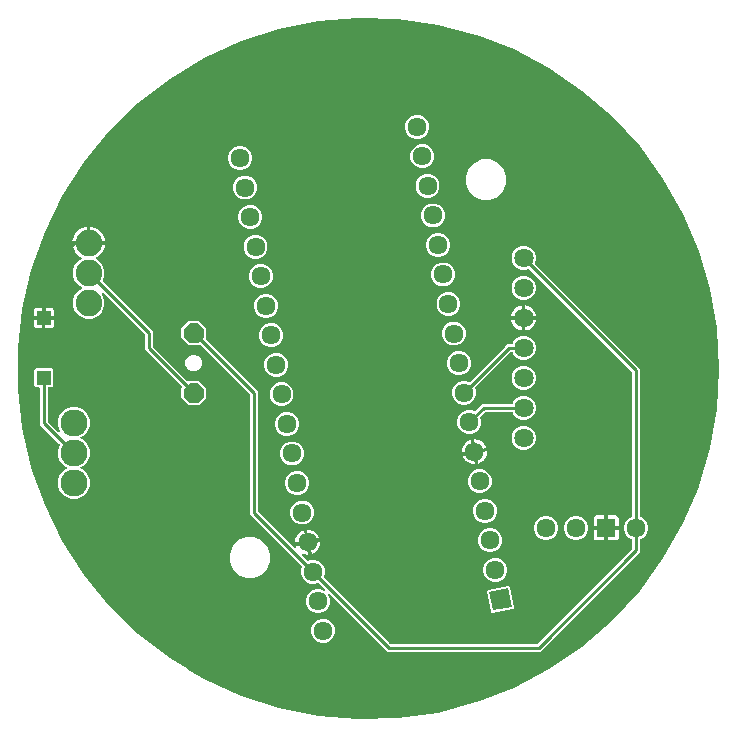
<source format=gbr>
G04 EAGLE Gerber RS-274X export*
G75*
%MOMM*%
%FSLAX34Y34*%
%LPD*%
%INTop Copper*%
%IPPOS*%
%AMOC8*
5,1,8,0,0,1.08239X$1,22.5*%
G01*
%ADD10C,1.609600*%
%ADD11R,1.609600X1.609600*%
%ADD12C,2.250000*%
%ADD13C,1.629600*%
%ADD14R,1.209600X1.209600*%
%ADD15R,1.609600X1.609600*%
%ADD16C,2.280000*%
%ADD17P,1.814519X8X292.500000*%
%ADD18C,0.254000*%

G36*
X325390Y3882D02*
X325390Y3882D01*
X325419Y3888D01*
X325477Y3890D01*
X358979Y8707D01*
X359007Y8716D01*
X359065Y8724D01*
X391800Y17329D01*
X391827Y17341D01*
X391882Y17356D01*
X423424Y29636D01*
X423449Y29651D01*
X423503Y29672D01*
X453438Y45467D01*
X453462Y45485D01*
X453513Y45512D01*
X481453Y64617D01*
X481474Y64637D01*
X481521Y64670D01*
X507101Y86835D01*
X507120Y86858D01*
X507164Y86896D01*
X530050Y111833D01*
X530067Y111857D01*
X530106Y111900D01*
X550000Y139283D01*
X550014Y139309D01*
X550047Y139356D01*
X566691Y168828D01*
X566701Y168856D01*
X566730Y168906D01*
X579905Y200084D01*
X579912Y200112D01*
X579935Y200166D01*
X589470Y232642D01*
X589474Y232671D01*
X589490Y232727D01*
X595262Y266078D01*
X595262Y266107D01*
X595272Y266164D01*
X597204Y299957D01*
X597201Y299986D01*
X597204Y300043D01*
X595272Y333836D01*
X595265Y333864D01*
X595262Y333922D01*
X589490Y367273D01*
X589481Y367301D01*
X589470Y367358D01*
X579935Y399834D01*
X579922Y399861D01*
X579905Y399916D01*
X566730Y431094D01*
X566714Y431119D01*
X566691Y431172D01*
X550047Y460644D01*
X550029Y460667D01*
X550000Y460717D01*
X530106Y488100D01*
X530085Y488121D01*
X530050Y488167D01*
X507164Y513104D01*
X507141Y513122D01*
X507101Y513165D01*
X481521Y535330D01*
X481496Y535345D01*
X481453Y535383D01*
X453513Y554488D01*
X453486Y554500D01*
X453438Y554533D01*
X423503Y570328D01*
X423475Y570338D01*
X423423Y570364D01*
X391882Y582644D01*
X391854Y582650D01*
X391800Y582671D01*
X359064Y591276D01*
X359035Y591279D01*
X358979Y591293D01*
X325477Y596110D01*
X325447Y596110D01*
X325390Y596118D01*
X291556Y597084D01*
X291527Y597080D01*
X291470Y597082D01*
X257746Y594185D01*
X257718Y594178D01*
X257660Y594173D01*
X224487Y587451D01*
X224460Y587441D01*
X224403Y587429D01*
X192213Y576970D01*
X192186Y576956D01*
X192132Y576938D01*
X161343Y562877D01*
X161319Y562861D01*
X161266Y562837D01*
X132281Y545358D01*
X132259Y545339D01*
X132209Y545309D01*
X105406Y524640D01*
X105386Y524619D01*
X105340Y524583D01*
X81067Y500994D01*
X81050Y500970D01*
X81008Y500930D01*
X59582Y474727D01*
X59568Y474702D01*
X59531Y474657D01*
X41232Y446183D01*
X41220Y446156D01*
X41189Y446107D01*
X26255Y415733D01*
X26247Y415704D01*
X26221Y415653D01*
X14847Y383774D01*
X14844Y383756D01*
X14839Y383746D01*
X14838Y383733D01*
X14823Y383690D01*
X7156Y350723D01*
X7154Y350693D01*
X7141Y350637D01*
X3283Y317010D01*
X3285Y316981D01*
X3278Y316924D01*
X3278Y283076D01*
X3283Y283047D01*
X3283Y283029D01*
X3282Y283016D01*
X3283Y283009D01*
X3283Y282990D01*
X7141Y249363D01*
X7149Y249335D01*
X7156Y249277D01*
X14823Y216310D01*
X14834Y216282D01*
X14847Y216226D01*
X26221Y184347D01*
X26236Y184322D01*
X26255Y184267D01*
X41189Y153893D01*
X41206Y153869D01*
X41232Y153817D01*
X59531Y125343D01*
X59551Y125321D01*
X59582Y125273D01*
X81008Y99070D01*
X81030Y99051D01*
X81067Y99006D01*
X105340Y75417D01*
X105364Y75400D01*
X105406Y75360D01*
X132209Y54691D01*
X132235Y54677D01*
X132281Y54642D01*
X147182Y45656D01*
X149707Y44134D01*
X161266Y37163D01*
X161293Y37152D01*
X161343Y37123D01*
X192132Y23062D01*
X192160Y23054D01*
X192213Y23030D01*
X224403Y12571D01*
X224432Y12567D01*
X224487Y12549D01*
X257660Y5827D01*
X257690Y5826D01*
X257746Y5815D01*
X291470Y2918D01*
X291499Y2921D01*
X291556Y2916D01*
X325390Y3882D01*
G37*
%LPC*%
G36*
X316455Y60197D02*
X316455Y60197D01*
X267752Y108899D01*
X267673Y108956D01*
X267598Y109018D01*
X267574Y109028D01*
X267553Y109043D01*
X267460Y109072D01*
X267369Y109107D01*
X267343Y109108D01*
X267318Y109115D01*
X267220Y109113D01*
X267123Y109117D01*
X267098Y109110D01*
X267072Y109109D01*
X266980Y109076D01*
X266887Y109048D01*
X266865Y109034D01*
X266841Y109025D01*
X266765Y108964D01*
X266685Y108908D01*
X266669Y108887D01*
X266649Y108871D01*
X266596Y108789D01*
X266538Y108711D01*
X266530Y108686D01*
X266516Y108664D01*
X266492Y108570D01*
X266462Y108477D01*
X266462Y108451D01*
X266456Y108425D01*
X266463Y108328D01*
X266464Y108231D01*
X266473Y108200D01*
X266475Y108180D01*
X266488Y108150D01*
X266511Y108070D01*
X267766Y105039D01*
X267766Y101028D01*
X266232Y97323D01*
X263396Y94488D01*
X259691Y92953D01*
X255681Y92953D01*
X251975Y94488D01*
X249140Y97323D01*
X247605Y101028D01*
X247605Y105039D01*
X249140Y108744D01*
X251975Y111580D01*
X255681Y113114D01*
X259691Y113114D01*
X262722Y111859D01*
X262817Y111836D01*
X262910Y111808D01*
X262936Y111809D01*
X262961Y111803D01*
X263058Y111812D01*
X263156Y111814D01*
X263180Y111823D01*
X263206Y111826D01*
X263295Y111865D01*
X263387Y111899D01*
X263407Y111915D01*
X263431Y111926D01*
X263503Y111991D01*
X263579Y112052D01*
X263593Y112074D01*
X263612Y112092D01*
X263659Y112177D01*
X263712Y112259D01*
X263718Y112285D01*
X263731Y112308D01*
X263748Y112404D01*
X263772Y112498D01*
X263770Y112524D01*
X263774Y112550D01*
X263760Y112646D01*
X263753Y112743D01*
X263743Y112767D01*
X263739Y112793D01*
X263694Y112880D01*
X263656Y112969D01*
X263636Y112995D01*
X263627Y113012D01*
X263604Y113035D01*
X263552Y113100D01*
X258047Y118604D01*
X257953Y118672D01*
X257859Y118742D01*
X257853Y118744D01*
X257848Y118748D01*
X257737Y118782D01*
X257625Y118819D01*
X257619Y118819D01*
X257613Y118820D01*
X257496Y118817D01*
X257379Y118816D01*
X257372Y118814D01*
X257367Y118814D01*
X257349Y118808D01*
X257218Y118770D01*
X255280Y117967D01*
X251270Y117967D01*
X247565Y119502D01*
X244729Y122337D01*
X243194Y126042D01*
X243194Y130053D01*
X243997Y131990D01*
X244024Y132104D01*
X244052Y132218D01*
X244052Y132224D01*
X244053Y132230D01*
X244042Y132346D01*
X244033Y132463D01*
X244031Y132468D01*
X244030Y132475D01*
X243982Y132582D01*
X243937Y132689D01*
X243932Y132695D01*
X243930Y132700D01*
X243917Y132713D01*
X243832Y132820D01*
X202055Y174597D01*
X199897Y176755D01*
X199897Y277717D01*
X199883Y277807D01*
X199875Y277898D01*
X199863Y277927D01*
X199858Y277959D01*
X199835Y278003D01*
X199834Y278007D01*
X199823Y278025D01*
X199815Y278040D01*
X199779Y278124D01*
X199753Y278156D01*
X199742Y278177D01*
X199719Y278199D01*
X199718Y278200D01*
X199708Y278218D01*
X199696Y278228D01*
X199674Y278255D01*
X157967Y319962D01*
X157951Y319974D01*
X157939Y319989D01*
X157851Y320045D01*
X157767Y320106D01*
X157749Y320111D01*
X157732Y320122D01*
X157631Y320148D01*
X157532Y320178D01*
X157512Y320177D01*
X157493Y320182D01*
X157390Y320174D01*
X157287Y320172D01*
X157268Y320165D01*
X157248Y320163D01*
X157153Y320123D01*
X157056Y320087D01*
X157040Y320075D01*
X157022Y320067D01*
X156891Y319962D01*
X156714Y319785D01*
X148086Y319785D01*
X141985Y325886D01*
X141985Y334514D01*
X148086Y340615D01*
X156714Y340615D01*
X162815Y334514D01*
X162815Y325886D01*
X162638Y325709D01*
X162626Y325693D01*
X162611Y325681D01*
X162555Y325593D01*
X162494Y325510D01*
X162489Y325491D01*
X162478Y325474D01*
X162452Y325373D01*
X162422Y325275D01*
X162423Y325255D01*
X162418Y325235D01*
X162426Y325132D01*
X162428Y325029D01*
X162435Y325010D01*
X162437Y324990D01*
X162477Y324895D01*
X162513Y324798D01*
X162525Y324782D01*
X162533Y324764D01*
X162638Y324633D01*
X204345Y282926D01*
X206503Y280768D01*
X206503Y179806D01*
X206517Y179716D01*
X206525Y179625D01*
X206537Y179595D01*
X206542Y179563D01*
X206585Y179483D01*
X206621Y179399D01*
X206647Y179367D01*
X206658Y179346D01*
X206681Y179324D01*
X206726Y179268D01*
X237798Y148195D01*
X237853Y148155D01*
X237902Y148108D01*
X237953Y148084D01*
X237998Y148052D01*
X238063Y148032D01*
X238124Y148002D01*
X238180Y147996D01*
X238233Y147979D01*
X238301Y147981D01*
X238368Y147973D01*
X238423Y147984D01*
X238479Y147986D01*
X238543Y148009D01*
X238609Y148023D01*
X238657Y148051D01*
X238710Y148070D01*
X238763Y148112D01*
X238822Y148147D01*
X238858Y148189D01*
X238902Y148224D01*
X238939Y148281D01*
X238983Y148332D01*
X239005Y148384D01*
X239035Y148431D01*
X239052Y148496D01*
X239078Y148559D01*
X239082Y148615D01*
X239095Y148669D01*
X239090Y148737D01*
X239095Y148804D01*
X239079Y148882D01*
X239076Y148914D01*
X239068Y148934D01*
X239061Y148969D01*
X238809Y149742D01*
X247629Y151297D01*
X249185Y142473D01*
X248031Y142473D01*
X246385Y142734D01*
X244771Y143258D01*
X244704Y143268D01*
X244639Y143288D01*
X244583Y143287D01*
X244528Y143295D01*
X244461Y143284D01*
X244394Y143282D01*
X244341Y143263D01*
X244286Y143253D01*
X244226Y143221D01*
X244163Y143197D01*
X244119Y143162D01*
X244070Y143136D01*
X244023Y143086D01*
X243970Y143044D01*
X243940Y142997D01*
X243902Y142956D01*
X243874Y142894D01*
X243837Y142837D01*
X243824Y142782D01*
X243801Y142731D01*
X243794Y142664D01*
X243777Y142598D01*
X243782Y142543D01*
X243776Y142487D01*
X243791Y142421D01*
X243797Y142353D01*
X243818Y142302D01*
X243831Y142247D01*
X243866Y142189D01*
X243893Y142127D01*
X243942Y142065D01*
X243959Y142037D01*
X243975Y142024D01*
X243998Y141996D01*
X248503Y137491D01*
X248598Y137423D01*
X248691Y137353D01*
X248697Y137351D01*
X248702Y137347D01*
X248814Y137313D01*
X248925Y137277D01*
X248932Y137277D01*
X248937Y137275D01*
X249054Y137278D01*
X249171Y137279D01*
X249178Y137281D01*
X249183Y137281D01*
X249201Y137288D01*
X249332Y137326D01*
X251270Y138128D01*
X255280Y138128D01*
X258985Y136594D01*
X261821Y133758D01*
X263356Y130053D01*
X263356Y126042D01*
X262553Y124105D01*
X262527Y123991D01*
X262498Y123878D01*
X262498Y123871D01*
X262497Y123865D01*
X262508Y123749D01*
X262517Y123633D01*
X262520Y123627D01*
X262520Y123621D01*
X262568Y123513D01*
X262613Y123406D01*
X262618Y123400D01*
X262620Y123396D01*
X262633Y123382D01*
X262718Y123275D01*
X318968Y67026D01*
X319042Y66972D01*
X319111Y66913D01*
X319141Y66901D01*
X319168Y66882D01*
X319254Y66855D01*
X319339Y66821D01*
X319380Y66817D01*
X319403Y66810D01*
X319435Y66811D01*
X319506Y66803D01*
X442817Y66803D01*
X442907Y66817D01*
X442998Y66825D01*
X443027Y66837D01*
X443059Y66842D01*
X443140Y66885D01*
X443224Y66921D01*
X443256Y66947D01*
X443277Y66958D01*
X443299Y66981D01*
X443355Y67026D01*
X523474Y147145D01*
X523527Y147219D01*
X523587Y147288D01*
X523599Y147319D01*
X523618Y147345D01*
X523645Y147432D01*
X523679Y147517D01*
X523683Y147558D01*
X523690Y147580D01*
X523689Y147612D01*
X523697Y147683D01*
X523697Y155048D01*
X523678Y155163D01*
X523661Y155279D01*
X523659Y155285D01*
X523658Y155291D01*
X523603Y155393D01*
X523550Y155498D01*
X523545Y155503D01*
X523542Y155508D01*
X523458Y155588D01*
X523374Y155671D01*
X523368Y155674D01*
X523364Y155678D01*
X523347Y155685D01*
X523227Y155751D01*
X521290Y156554D01*
X518454Y159390D01*
X516919Y163095D01*
X516919Y167105D01*
X518454Y170810D01*
X521290Y173646D01*
X523227Y174449D01*
X523327Y174510D01*
X523427Y174570D01*
X523431Y174575D01*
X523436Y174578D01*
X523511Y174668D01*
X523587Y174757D01*
X523589Y174763D01*
X523593Y174768D01*
X523635Y174876D01*
X523679Y174985D01*
X523680Y174993D01*
X523681Y174997D01*
X523682Y175016D01*
X523697Y175152D01*
X523697Y296817D01*
X523683Y296907D01*
X523675Y296998D01*
X523663Y297027D01*
X523658Y297059D01*
X523615Y297140D01*
X523579Y297224D01*
X523553Y297256D01*
X523542Y297277D01*
X523519Y297299D01*
X523474Y297355D01*
X436649Y384180D01*
X436555Y384248D01*
X436460Y384318D01*
X436454Y384320D01*
X436449Y384324D01*
X436338Y384358D01*
X436226Y384394D01*
X436220Y384394D01*
X436214Y384396D01*
X436097Y384393D01*
X435980Y384392D01*
X435973Y384390D01*
X435968Y384390D01*
X435951Y384383D01*
X435819Y384345D01*
X433825Y383519D01*
X429775Y383519D01*
X426033Y385069D01*
X423169Y387933D01*
X421619Y391675D01*
X421619Y395725D01*
X423169Y399467D01*
X426033Y402331D01*
X429775Y403881D01*
X433825Y403881D01*
X437567Y402331D01*
X440431Y399467D01*
X441981Y395725D01*
X441981Y391675D01*
X441155Y389681D01*
X441128Y389567D01*
X441099Y389454D01*
X441100Y389447D01*
X441099Y389441D01*
X441110Y389325D01*
X441119Y389208D01*
X441121Y389203D01*
X441122Y389196D01*
X441169Y389089D01*
X441215Y388982D01*
X441220Y388976D01*
X441222Y388972D01*
X441234Y388958D01*
X441320Y388851D01*
X528145Y302026D01*
X530303Y299868D01*
X530303Y175152D01*
X530322Y175037D01*
X530339Y174921D01*
X530341Y174915D01*
X530342Y174909D01*
X530397Y174807D01*
X530450Y174702D01*
X530455Y174697D01*
X530458Y174692D01*
X530542Y174612D01*
X530626Y174529D01*
X530632Y174526D01*
X530636Y174522D01*
X530653Y174515D01*
X530773Y174449D01*
X532710Y173646D01*
X535546Y170810D01*
X537081Y167105D01*
X537081Y163095D01*
X535546Y159390D01*
X532710Y156554D01*
X530773Y155751D01*
X530673Y155690D01*
X530573Y155630D01*
X530569Y155625D01*
X530564Y155622D01*
X530489Y155532D01*
X530413Y155443D01*
X530411Y155437D01*
X530407Y155432D01*
X530365Y155324D01*
X530321Y155215D01*
X530320Y155207D01*
X530319Y155203D01*
X530318Y155184D01*
X530303Y155048D01*
X530303Y144632D01*
X445868Y60197D01*
X316455Y60197D01*
G37*
%LPD*%
%LPC*%
G36*
X148086Y268985D02*
X148086Y268985D01*
X141985Y275086D01*
X141985Y283714D01*
X142162Y283891D01*
X142174Y283907D01*
X142189Y283919D01*
X142245Y284007D01*
X142306Y284090D01*
X142311Y284109D01*
X142322Y284126D01*
X142348Y284227D01*
X142378Y284325D01*
X142377Y284345D01*
X142382Y284365D01*
X142374Y284468D01*
X142372Y284571D01*
X142365Y284590D01*
X142363Y284610D01*
X142323Y284705D01*
X142287Y284802D01*
X142275Y284818D01*
X142267Y284836D01*
X142162Y284967D01*
X110997Y316132D01*
X110997Y328517D01*
X110983Y328607D01*
X110975Y328698D01*
X110963Y328727D01*
X110958Y328759D01*
X110915Y328840D01*
X110879Y328924D01*
X110853Y328956D01*
X110842Y328977D01*
X110819Y328999D01*
X110774Y329055D01*
X76092Y363738D01*
X76013Y363794D01*
X75938Y363857D01*
X75913Y363866D01*
X75892Y363881D01*
X75799Y363910D01*
X75708Y363945D01*
X75682Y363946D01*
X75657Y363954D01*
X75559Y363951D01*
X75462Y363955D01*
X75437Y363948D01*
X75411Y363947D01*
X75319Y363914D01*
X75226Y363887D01*
X75205Y363872D01*
X75180Y363863D01*
X75104Y363802D01*
X75024Y363746D01*
X75008Y363725D01*
X74988Y363709D01*
X74935Y363627D01*
X74877Y363549D01*
X74869Y363524D01*
X74855Y363502D01*
X74831Y363408D01*
X74801Y363315D01*
X74801Y363289D01*
X74795Y363264D01*
X74802Y363167D01*
X74803Y363069D01*
X74812Y363038D01*
X74814Y363018D01*
X74827Y362988D01*
X74850Y362908D01*
X76783Y358242D01*
X76783Y352958D01*
X74761Y348076D01*
X71024Y344339D01*
X66142Y342317D01*
X60858Y342317D01*
X55976Y344339D01*
X52239Y348076D01*
X50217Y352958D01*
X50217Y358242D01*
X52239Y363124D01*
X55976Y366861D01*
X57753Y367597D01*
X57814Y367635D01*
X57880Y367664D01*
X57918Y367699D01*
X57962Y367726D01*
X58008Y367782D01*
X58061Y367830D01*
X58086Y367876D01*
X58119Y367916D01*
X58145Y367983D01*
X58179Y368046D01*
X58189Y368097D01*
X58207Y368145D01*
X58210Y368217D01*
X58223Y368288D01*
X58215Y368339D01*
X58218Y368391D01*
X58198Y368460D01*
X58187Y368531D01*
X58164Y368577D01*
X58149Y368627D01*
X58108Y368686D01*
X58076Y368750D01*
X58038Y368787D01*
X58009Y368829D01*
X57951Y368872D01*
X57900Y368922D01*
X57837Y368957D01*
X57811Y368976D01*
X57789Y368983D01*
X57753Y369003D01*
X55976Y369739D01*
X52239Y373476D01*
X50217Y378358D01*
X50217Y383642D01*
X52239Y388524D01*
X55976Y392261D01*
X57152Y392748D01*
X57188Y392770D01*
X57227Y392784D01*
X57286Y392830D01*
X57287Y392830D01*
X57287Y392831D01*
X57291Y392834D01*
X57361Y392877D01*
X57388Y392910D01*
X57421Y392935D01*
X57466Y393004D01*
X57518Y393067D01*
X57533Y393106D01*
X57556Y393141D01*
X57577Y393220D01*
X57606Y393296D01*
X57608Y393338D01*
X57618Y393379D01*
X57613Y393460D01*
X57616Y393542D01*
X57605Y393582D01*
X57602Y393624D01*
X57571Y393700D01*
X57548Y393778D01*
X57524Y393813D01*
X57508Y393852D01*
X57454Y393913D01*
X57407Y393980D01*
X57374Y394005D01*
X57346Y394037D01*
X57217Y394122D01*
X57210Y394127D01*
X57208Y394128D01*
X57206Y394129D01*
X56272Y394605D01*
X54516Y395881D01*
X52981Y397416D01*
X51705Y399172D01*
X50720Y401106D01*
X50049Y403171D01*
X49779Y404877D01*
X62738Y404877D01*
X62758Y404880D01*
X62777Y404878D01*
X62879Y404900D01*
X62981Y404917D01*
X62998Y404926D01*
X63018Y404930D01*
X63107Y404983D01*
X63198Y405032D01*
X63212Y405046D01*
X63229Y405056D01*
X63296Y405135D01*
X63367Y405210D01*
X63376Y405228D01*
X63389Y405243D01*
X63427Y405339D01*
X63471Y405433D01*
X63473Y405453D01*
X63481Y405471D01*
X63499Y405638D01*
X63499Y406401D01*
X63501Y406401D01*
X63501Y405638D01*
X63504Y405618D01*
X63502Y405599D01*
X63524Y405497D01*
X63541Y405395D01*
X63550Y405378D01*
X63554Y405358D01*
X63607Y405269D01*
X63656Y405178D01*
X63670Y405164D01*
X63680Y405147D01*
X63759Y405080D01*
X63834Y405009D01*
X63852Y405000D01*
X63867Y404987D01*
X63963Y404948D01*
X64057Y404905D01*
X64077Y404903D01*
X64095Y404895D01*
X64262Y404877D01*
X77221Y404877D01*
X76951Y403171D01*
X76280Y401106D01*
X75295Y399172D01*
X74019Y397416D01*
X72484Y395881D01*
X70728Y394605D01*
X69794Y394129D01*
X69760Y394104D01*
X69722Y394087D01*
X69662Y394032D01*
X69596Y393984D01*
X69571Y393949D01*
X69541Y393921D01*
X69501Y393849D01*
X69454Y393782D01*
X69442Y393742D01*
X69422Y393705D01*
X69408Y393625D01*
X69384Y393547D01*
X69386Y393505D01*
X69378Y393463D01*
X69390Y393382D01*
X69393Y393301D01*
X69408Y393262D01*
X69414Y393220D01*
X69451Y393147D01*
X69480Y393071D01*
X69507Y393038D01*
X69526Y393001D01*
X69584Y392943D01*
X69636Y392880D01*
X69671Y392858D01*
X69701Y392828D01*
X69837Y392754D01*
X69844Y392749D01*
X69846Y392749D01*
X69848Y392748D01*
X71024Y392261D01*
X74761Y388524D01*
X76783Y383642D01*
X76783Y378358D01*
X75229Y374606D01*
X75202Y374493D01*
X75174Y374379D01*
X75174Y374373D01*
X75173Y374367D01*
X75184Y374250D01*
X75193Y374134D01*
X75195Y374128D01*
X75196Y374122D01*
X75244Y374015D01*
X75289Y373908D01*
X75294Y373902D01*
X75296Y373897D01*
X75308Y373884D01*
X75394Y373777D01*
X115445Y333726D01*
X117603Y331568D01*
X117603Y319183D01*
X117617Y319093D01*
X117625Y319002D01*
X117637Y318973D01*
X117642Y318941D01*
X117685Y318860D01*
X117721Y318776D01*
X117747Y318744D01*
X117758Y318723D01*
X117781Y318701D01*
X117826Y318645D01*
X146833Y289638D01*
X146849Y289626D01*
X146861Y289611D01*
X146949Y289555D01*
X147033Y289494D01*
X147051Y289489D01*
X147068Y289478D01*
X147169Y289452D01*
X147268Y289422D01*
X147288Y289423D01*
X147307Y289418D01*
X147410Y289426D01*
X147513Y289428D01*
X147532Y289435D01*
X147552Y289437D01*
X147647Y289477D01*
X147744Y289513D01*
X147760Y289525D01*
X147778Y289533D01*
X147909Y289638D01*
X148086Y289815D01*
X156714Y289815D01*
X162815Y283714D01*
X162815Y275086D01*
X156714Y268985D01*
X148086Y268985D01*
G37*
%LPD*%
%LPC*%
G36*
X48128Y189767D02*
X48128Y189767D01*
X43191Y191812D01*
X39412Y195591D01*
X37367Y200528D01*
X37367Y205872D01*
X39412Y210809D01*
X43191Y214588D01*
X44661Y215197D01*
X44722Y215235D01*
X44788Y215264D01*
X44826Y215299D01*
X44870Y215326D01*
X44916Y215382D01*
X44969Y215430D01*
X44994Y215476D01*
X45027Y215516D01*
X45053Y215583D01*
X45087Y215646D01*
X45097Y215697D01*
X45115Y215745D01*
X45118Y215817D01*
X45131Y215888D01*
X45123Y215939D01*
X45126Y215991D01*
X45106Y216060D01*
X45095Y216131D01*
X45072Y216177D01*
X45057Y216227D01*
X45016Y216286D01*
X44984Y216350D01*
X44947Y216387D01*
X44917Y216429D01*
X44859Y216472D01*
X44808Y216522D01*
X44745Y216557D01*
X44719Y216576D01*
X44697Y216583D01*
X44661Y216603D01*
X43191Y217212D01*
X39412Y220991D01*
X37367Y225928D01*
X37367Y231272D01*
X38956Y235108D01*
X38983Y235222D01*
X39012Y235335D01*
X39011Y235342D01*
X39013Y235348D01*
X39002Y235464D01*
X38992Y235581D01*
X38990Y235586D01*
X38989Y235593D01*
X38942Y235700D01*
X38896Y235807D01*
X38891Y235813D01*
X38889Y235817D01*
X38877Y235831D01*
X38791Y235938D01*
X22097Y252632D01*
X22097Y283258D01*
X22094Y283278D01*
X22096Y283297D01*
X22074Y283399D01*
X22058Y283501D01*
X22048Y283518D01*
X22044Y283538D01*
X21991Y283627D01*
X21942Y283718D01*
X21928Y283732D01*
X21918Y283749D01*
X21839Y283816D01*
X21764Y283888D01*
X21746Y283896D01*
X21731Y283909D01*
X21635Y283948D01*
X21541Y283991D01*
X21521Y283993D01*
X21503Y284001D01*
X21336Y284019D01*
X18510Y284019D01*
X17319Y285210D01*
X17319Y298990D01*
X18510Y300181D01*
X32290Y300181D01*
X33481Y298990D01*
X33481Y285210D01*
X32290Y284019D01*
X29464Y284019D01*
X29444Y284016D01*
X29425Y284018D01*
X29323Y283996D01*
X29221Y283980D01*
X29204Y283970D01*
X29184Y283966D01*
X29095Y283913D01*
X29004Y283864D01*
X28990Y283850D01*
X28973Y283840D01*
X28906Y283761D01*
X28834Y283686D01*
X28826Y283668D01*
X28813Y283653D01*
X28774Y283557D01*
X28731Y283463D01*
X28729Y283443D01*
X28721Y283425D01*
X28703Y283258D01*
X28703Y255683D01*
X28717Y255593D01*
X28725Y255502D01*
X28737Y255473D01*
X28742Y255441D01*
X28785Y255360D01*
X28821Y255276D01*
X28847Y255244D01*
X28858Y255223D01*
X28881Y255201D01*
X28926Y255145D01*
X37931Y246140D01*
X38010Y246083D01*
X38085Y246021D01*
X38110Y246011D01*
X38131Y245996D01*
X38224Y245967D01*
X38315Y245932D01*
X38341Y245931D01*
X38366Y245924D01*
X38463Y245926D01*
X38561Y245922D01*
X38586Y245929D01*
X38612Y245930D01*
X38703Y245963D01*
X38797Y245991D01*
X38818Y246005D01*
X38843Y246014D01*
X38919Y246075D01*
X38999Y246131D01*
X39015Y246152D01*
X39035Y246168D01*
X39088Y246250D01*
X39146Y246328D01*
X39154Y246353D01*
X39168Y246375D01*
X39192Y246469D01*
X39222Y246562D01*
X39222Y246588D01*
X39228Y246614D01*
X39220Y246711D01*
X39220Y246808D01*
X39210Y246839D01*
X39209Y246859D01*
X39196Y246889D01*
X39173Y246969D01*
X37367Y251328D01*
X37367Y256672D01*
X39412Y261609D01*
X43191Y265388D01*
X48128Y267433D01*
X53472Y267433D01*
X58409Y265388D01*
X62188Y261609D01*
X64233Y256672D01*
X64233Y251328D01*
X62188Y246391D01*
X58409Y242612D01*
X56939Y242003D01*
X56878Y241965D01*
X56812Y241936D01*
X56774Y241901D01*
X56730Y241874D01*
X56684Y241818D01*
X56631Y241770D01*
X56606Y241724D01*
X56573Y241684D01*
X56547Y241617D01*
X56513Y241554D01*
X56503Y241503D01*
X56485Y241455D01*
X56482Y241383D01*
X56469Y241312D01*
X56477Y241261D01*
X56474Y241209D01*
X56494Y241140D01*
X56505Y241069D01*
X56528Y241023D01*
X56543Y240973D01*
X56584Y240914D01*
X56616Y240850D01*
X56653Y240813D01*
X56683Y240771D01*
X56741Y240728D01*
X56792Y240678D01*
X56855Y240643D01*
X56881Y240624D01*
X56903Y240617D01*
X56939Y240597D01*
X58409Y239988D01*
X62188Y236209D01*
X64233Y231272D01*
X64233Y225928D01*
X62188Y220991D01*
X58409Y217212D01*
X56939Y216603D01*
X56878Y216565D01*
X56812Y216536D01*
X56774Y216501D01*
X56730Y216474D01*
X56684Y216418D01*
X56631Y216370D01*
X56606Y216324D01*
X56573Y216284D01*
X56547Y216217D01*
X56513Y216154D01*
X56503Y216103D01*
X56485Y216055D01*
X56482Y215983D01*
X56469Y215912D01*
X56477Y215861D01*
X56474Y215809D01*
X56494Y215740D01*
X56505Y215669D01*
X56528Y215623D01*
X56543Y215573D01*
X56584Y215514D01*
X56616Y215450D01*
X56653Y215413D01*
X56683Y215371D01*
X56741Y215328D01*
X56792Y215278D01*
X56855Y215243D01*
X56881Y215224D01*
X56903Y215217D01*
X56939Y215197D01*
X58409Y214588D01*
X62188Y210809D01*
X64233Y205872D01*
X64233Y200528D01*
X62188Y195591D01*
X58409Y191812D01*
X53472Y189767D01*
X48128Y189767D01*
G37*
%LPD*%
%LPC*%
G36*
X379301Y269501D02*
X379301Y269501D01*
X375596Y271036D01*
X372760Y273872D01*
X371226Y277577D01*
X371226Y281587D01*
X372760Y285293D01*
X375596Y288128D01*
X379301Y289663D01*
X383312Y289663D01*
X385249Y288860D01*
X385363Y288834D01*
X385476Y288805D01*
X385483Y288806D01*
X385489Y288804D01*
X385605Y288815D01*
X385722Y288824D01*
X385727Y288827D01*
X385734Y288827D01*
X385841Y288875D01*
X385948Y288921D01*
X385954Y288925D01*
X385958Y288927D01*
X385972Y288940D01*
X386079Y289025D01*
X415699Y318645D01*
X417856Y320803D01*
X421640Y320803D01*
X421755Y320822D01*
X421871Y320839D01*
X421876Y320841D01*
X421883Y320842D01*
X421985Y320897D01*
X422090Y320950D01*
X422094Y320955D01*
X422100Y320958D01*
X422180Y321042D01*
X422262Y321126D01*
X422266Y321132D01*
X422269Y321136D01*
X422277Y321153D01*
X422343Y321273D01*
X423169Y323267D01*
X426033Y326131D01*
X429775Y327681D01*
X433825Y327681D01*
X437567Y326131D01*
X440431Y323267D01*
X441981Y319525D01*
X441981Y315475D01*
X440431Y311733D01*
X437567Y308869D01*
X433825Y307319D01*
X429775Y307319D01*
X426033Y308869D01*
X423169Y311733D01*
X422343Y313727D01*
X422281Y313827D01*
X422222Y313927D01*
X422217Y313931D01*
X422214Y313936D01*
X422123Y314011D01*
X422035Y314087D01*
X422029Y314089D01*
X422024Y314093D01*
X421916Y314135D01*
X421807Y314179D01*
X421799Y314180D01*
X421794Y314181D01*
X421776Y314182D01*
X421640Y314197D01*
X420908Y314197D01*
X420817Y314183D01*
X420727Y314175D01*
X420697Y314163D01*
X420665Y314158D01*
X420584Y314115D01*
X420500Y314079D01*
X420468Y314053D01*
X420447Y314042D01*
X420425Y314019D01*
X420369Y313974D01*
X390750Y284355D01*
X390708Y284296D01*
X390659Y284245D01*
X390640Y284204D01*
X390612Y284166D01*
X390610Y284160D01*
X390606Y284155D01*
X390584Y284085D01*
X390555Y284022D01*
X390550Y283978D01*
X390535Y283932D01*
X390536Y283926D01*
X390534Y283920D01*
X390536Y283844D01*
X390528Y283777D01*
X390537Y283735D01*
X390538Y283686D01*
X390540Y283679D01*
X390540Y283674D01*
X390546Y283656D01*
X390579Y283545D01*
X390580Y283537D01*
X390582Y283535D01*
X390585Y283525D01*
X391387Y281587D01*
X391387Y277577D01*
X389852Y273872D01*
X387017Y271036D01*
X383312Y269501D01*
X379301Y269501D01*
G37*
%LPD*%
%LPC*%
G36*
X396612Y442967D02*
X396612Y442967D01*
X390352Y445560D01*
X385560Y450352D01*
X382967Y456612D01*
X382967Y463388D01*
X385560Y469648D01*
X390352Y474440D01*
X396612Y477033D01*
X403388Y477033D01*
X409648Y474440D01*
X414440Y469648D01*
X417033Y463388D01*
X417033Y456612D01*
X414440Y450352D01*
X409648Y445560D01*
X403388Y442967D01*
X396612Y442967D01*
G37*
%LPD*%
%LPC*%
G36*
X196612Y122967D02*
X196612Y122967D01*
X190352Y125560D01*
X185560Y130352D01*
X182967Y136612D01*
X182967Y143388D01*
X185560Y149648D01*
X190352Y154440D01*
X196612Y157033D01*
X203388Y157033D01*
X209648Y154440D01*
X214440Y149648D01*
X217033Y143388D01*
X217033Y136612D01*
X214440Y130352D01*
X209648Y125560D01*
X203388Y122967D01*
X196612Y122967D01*
G37*
%LPD*%
%LPC*%
G36*
X383712Y244487D02*
X383712Y244487D01*
X380007Y246022D01*
X377171Y248858D01*
X375636Y252563D01*
X375636Y256573D01*
X377171Y260278D01*
X380007Y263114D01*
X383712Y264649D01*
X387722Y264649D01*
X389660Y263846D01*
X389774Y263820D01*
X389887Y263791D01*
X389893Y263792D01*
X389899Y263790D01*
X390016Y263801D01*
X390132Y263810D01*
X390138Y263813D01*
X390144Y263813D01*
X390251Y263861D01*
X390359Y263906D01*
X390364Y263911D01*
X390369Y263913D01*
X390383Y263926D01*
X390489Y264011D01*
X394323Y267845D01*
X396481Y270003D01*
X421640Y270003D01*
X421755Y270022D01*
X421871Y270039D01*
X421876Y270041D01*
X421883Y270042D01*
X421985Y270097D01*
X422090Y270150D01*
X422094Y270155D01*
X422100Y270158D01*
X422180Y270242D01*
X422262Y270326D01*
X422266Y270332D01*
X422269Y270336D01*
X422277Y270353D01*
X422343Y270473D01*
X423169Y272467D01*
X426033Y275331D01*
X429775Y276881D01*
X433825Y276881D01*
X437567Y275331D01*
X440431Y272467D01*
X441981Y268725D01*
X441981Y264675D01*
X440431Y260933D01*
X437567Y258069D01*
X433825Y256519D01*
X429775Y256519D01*
X426033Y258069D01*
X423169Y260933D01*
X422343Y262927D01*
X422281Y263027D01*
X422222Y263127D01*
X422217Y263131D01*
X422214Y263136D01*
X422123Y263211D01*
X422035Y263287D01*
X422029Y263289D01*
X422024Y263293D01*
X421916Y263335D01*
X421807Y263379D01*
X421799Y263380D01*
X421794Y263381D01*
X421776Y263382D01*
X421640Y263397D01*
X399532Y263397D01*
X399442Y263383D01*
X399351Y263375D01*
X399322Y263363D01*
X399290Y263358D01*
X399209Y263315D01*
X399125Y263279D01*
X399093Y263253D01*
X399072Y263242D01*
X399050Y263219D01*
X398994Y263174D01*
X395160Y259341D01*
X395092Y259245D01*
X395022Y259152D01*
X395020Y259146D01*
X395017Y259141D01*
X394982Y259029D01*
X394946Y258918D01*
X394946Y258912D01*
X394944Y258906D01*
X394947Y258789D01*
X394948Y258672D01*
X394951Y258665D01*
X394951Y258660D01*
X394957Y258642D01*
X394995Y258511D01*
X395798Y256573D01*
X395798Y252563D01*
X394263Y248858D01*
X391427Y246022D01*
X387722Y244487D01*
X383712Y244487D01*
G37*
%LPD*%
%LPC*%
G36*
X403797Y93978D02*
X403797Y93978D01*
X400710Y111488D01*
X401676Y112867D01*
X419186Y115955D01*
X420565Y114989D01*
X423652Y97479D01*
X422687Y96100D01*
X405177Y93012D01*
X403797Y93978D01*
G37*
%LPD*%
%LPC*%
G36*
X429775Y231119D02*
X429775Y231119D01*
X426033Y232669D01*
X423169Y235533D01*
X421619Y239275D01*
X421619Y243325D01*
X423169Y247067D01*
X426033Y249931D01*
X429775Y251481D01*
X433825Y251481D01*
X437567Y249931D01*
X440431Y247067D01*
X441981Y243325D01*
X441981Y239275D01*
X440431Y235533D01*
X437567Y232669D01*
X433825Y231119D01*
X429775Y231119D01*
G37*
%LPD*%
%LPC*%
G36*
X429775Y358119D02*
X429775Y358119D01*
X426033Y359669D01*
X423169Y362533D01*
X421619Y366275D01*
X421619Y370325D01*
X423169Y374067D01*
X426033Y376931D01*
X429775Y378481D01*
X433825Y378481D01*
X437567Y376931D01*
X440431Y374067D01*
X441981Y370325D01*
X441981Y366275D01*
X440431Y362533D01*
X437567Y359669D01*
X433825Y358119D01*
X429775Y358119D01*
G37*
%LPD*%
%LPC*%
G36*
X429775Y281919D02*
X429775Y281919D01*
X426033Y283469D01*
X423169Y286333D01*
X421619Y290075D01*
X421619Y294125D01*
X423169Y297867D01*
X426033Y300731D01*
X429775Y302281D01*
X433825Y302281D01*
X437567Y300731D01*
X440431Y297867D01*
X441981Y294125D01*
X441981Y290075D01*
X440431Y286333D01*
X437567Y283469D01*
X433825Y281919D01*
X429775Y281919D01*
G37*
%LPD*%
%LPC*%
G36*
X339605Y494629D02*
X339605Y494629D01*
X335900Y496163D01*
X333064Y498999D01*
X331530Y502704D01*
X331530Y506714D01*
X333064Y510420D01*
X335900Y513255D01*
X339605Y514790D01*
X343616Y514790D01*
X347321Y513255D01*
X350156Y510420D01*
X351691Y506714D01*
X351691Y502704D01*
X350156Y498999D01*
X347321Y496163D01*
X343616Y494629D01*
X339605Y494629D01*
G37*
%LPD*%
%LPC*%
G36*
X344016Y469614D02*
X344016Y469614D01*
X340311Y471149D01*
X337475Y473985D01*
X335940Y477690D01*
X335940Y481700D01*
X337475Y485405D01*
X340311Y488241D01*
X344016Y489776D01*
X348026Y489776D01*
X351731Y488241D01*
X354567Y485405D01*
X356102Y481700D01*
X356102Y477690D01*
X354567Y473985D01*
X351731Y471149D01*
X348026Y469614D01*
X344016Y469614D01*
G37*
%LPD*%
%LPC*%
G36*
X189521Y468165D02*
X189521Y468165D01*
X185815Y469699D01*
X182980Y472535D01*
X181445Y476240D01*
X181445Y480250D01*
X182980Y483956D01*
X185815Y486791D01*
X189521Y488326D01*
X193531Y488326D01*
X197236Y486791D01*
X200072Y483956D01*
X201606Y480250D01*
X201606Y476240D01*
X200072Y472535D01*
X197236Y469699D01*
X193531Y468165D01*
X189521Y468165D01*
G37*
%LPD*%
%LPC*%
G36*
X348427Y444600D02*
X348427Y444600D01*
X344721Y446135D01*
X341886Y448971D01*
X340351Y452676D01*
X340351Y456686D01*
X341886Y460391D01*
X344721Y463227D01*
X348427Y464762D01*
X352437Y464762D01*
X356142Y463227D01*
X358978Y460391D01*
X360513Y456686D01*
X360513Y452676D01*
X358978Y448971D01*
X356142Y446135D01*
X352437Y444600D01*
X348427Y444600D01*
G37*
%LPD*%
%LPC*%
G36*
X193931Y443150D02*
X193931Y443150D01*
X190226Y444685D01*
X187390Y447521D01*
X185856Y451226D01*
X185856Y455236D01*
X187390Y458941D01*
X190226Y461777D01*
X193931Y463312D01*
X197942Y463312D01*
X201647Y461777D01*
X204482Y458941D01*
X206017Y455236D01*
X206017Y451226D01*
X204482Y447521D01*
X201647Y444685D01*
X197942Y443150D01*
X193931Y443150D01*
G37*
%LPD*%
%LPC*%
G36*
X352837Y419586D02*
X352837Y419586D01*
X349132Y421121D01*
X346296Y423957D01*
X344762Y427662D01*
X344762Y431672D01*
X346296Y435377D01*
X349132Y438213D01*
X352837Y439748D01*
X356848Y439748D01*
X360553Y438213D01*
X363388Y435377D01*
X364923Y431672D01*
X364923Y427662D01*
X363388Y423957D01*
X360553Y421121D01*
X356848Y419586D01*
X352837Y419586D01*
G37*
%LPD*%
%LPC*%
G36*
X198342Y418136D02*
X198342Y418136D01*
X194637Y419671D01*
X191801Y422507D01*
X190266Y426212D01*
X190266Y430222D01*
X191801Y433927D01*
X194637Y436763D01*
X198342Y438298D01*
X202352Y438298D01*
X206057Y436763D01*
X208893Y433927D01*
X210428Y430222D01*
X210428Y426212D01*
X208893Y422507D01*
X206057Y419671D01*
X202352Y418136D01*
X198342Y418136D01*
G37*
%LPD*%
%LPC*%
G36*
X242449Y167995D02*
X242449Y167995D01*
X238743Y169530D01*
X235908Y172366D01*
X234373Y176071D01*
X234373Y180081D01*
X235908Y183786D01*
X238743Y186622D01*
X242449Y188157D01*
X246459Y188157D01*
X250164Y186622D01*
X253000Y183786D01*
X254534Y180081D01*
X254534Y176071D01*
X253000Y172366D01*
X250164Y169530D01*
X246459Y167995D01*
X242449Y167995D01*
G37*
%LPD*%
%LPC*%
G36*
X474195Y155019D02*
X474195Y155019D01*
X470490Y156554D01*
X467654Y159390D01*
X466119Y163095D01*
X466119Y167105D01*
X467654Y170810D01*
X470490Y173646D01*
X474195Y175181D01*
X478205Y175181D01*
X481910Y173646D01*
X484746Y170810D01*
X486281Y167105D01*
X486281Y163095D01*
X484746Y159390D01*
X481910Y156554D01*
X478205Y155019D01*
X474195Y155019D01*
G37*
%LPD*%
%LPC*%
G36*
X448795Y155019D02*
X448795Y155019D01*
X445090Y156554D01*
X442254Y159390D01*
X440719Y163095D01*
X440719Y167105D01*
X442254Y170810D01*
X445090Y173646D01*
X448795Y175181D01*
X452805Y175181D01*
X456510Y173646D01*
X459346Y170810D01*
X460881Y167105D01*
X460881Y163095D01*
X459346Y159390D01*
X456510Y156554D01*
X452805Y155019D01*
X448795Y155019D01*
G37*
%LPD*%
%LPC*%
G36*
X202753Y393122D02*
X202753Y393122D01*
X199047Y394657D01*
X196212Y397493D01*
X194677Y401198D01*
X194677Y405208D01*
X196212Y408913D01*
X199047Y411749D01*
X202753Y413284D01*
X206763Y413284D01*
X210468Y411749D01*
X213304Y408913D01*
X214838Y405208D01*
X214838Y401198D01*
X213304Y397493D01*
X210468Y394657D01*
X206763Y393122D01*
X202753Y393122D01*
G37*
%LPD*%
%LPC*%
G36*
X361659Y369558D02*
X361659Y369558D01*
X357953Y371093D01*
X355118Y373928D01*
X353583Y377634D01*
X353583Y381644D01*
X355118Y385349D01*
X357953Y388185D01*
X361659Y389719D01*
X365669Y389719D01*
X369374Y388185D01*
X372210Y385349D01*
X373745Y381644D01*
X373745Y377634D01*
X372210Y373928D01*
X369374Y371093D01*
X365669Y369558D01*
X361659Y369558D01*
G37*
%LPD*%
%LPC*%
G36*
X207163Y368108D02*
X207163Y368108D01*
X203458Y369643D01*
X200622Y372479D01*
X199088Y376184D01*
X199088Y380194D01*
X200622Y383899D01*
X203458Y386735D01*
X207163Y388270D01*
X211174Y388270D01*
X214879Y386735D01*
X217714Y383899D01*
X219249Y380194D01*
X219249Y376184D01*
X217714Y372479D01*
X214879Y369643D01*
X211174Y368108D01*
X207163Y368108D01*
G37*
%LPD*%
%LPC*%
G36*
X366069Y344544D02*
X366069Y344544D01*
X362364Y346079D01*
X359528Y348914D01*
X357994Y352619D01*
X357994Y356630D01*
X359528Y360335D01*
X362364Y363171D01*
X366069Y364705D01*
X370080Y364705D01*
X373785Y363171D01*
X376620Y360335D01*
X378155Y356630D01*
X378155Y352619D01*
X376620Y348914D01*
X373785Y346079D01*
X370080Y344544D01*
X366069Y344544D01*
G37*
%LPD*%
%LPC*%
G36*
X211574Y343094D02*
X211574Y343094D01*
X207869Y344629D01*
X205033Y347464D01*
X203498Y351170D01*
X203498Y355180D01*
X205033Y358885D01*
X207869Y361721D01*
X211574Y363255D01*
X215584Y363255D01*
X219289Y361721D01*
X222125Y358885D01*
X223660Y355180D01*
X223660Y351170D01*
X222125Y347464D01*
X219289Y344629D01*
X215584Y343094D01*
X211574Y343094D01*
G37*
%LPD*%
%LPC*%
G36*
X401355Y144431D02*
X401355Y144431D01*
X397649Y145966D01*
X394814Y148801D01*
X393279Y152506D01*
X393279Y156517D01*
X394814Y160222D01*
X397649Y163058D01*
X401355Y164592D01*
X405365Y164592D01*
X409070Y163058D01*
X411906Y160222D01*
X413440Y156517D01*
X413440Y152506D01*
X411906Y148801D01*
X409070Y145966D01*
X405365Y144431D01*
X401355Y144431D01*
G37*
%LPD*%
%LPC*%
G36*
X405765Y119417D02*
X405765Y119417D01*
X402060Y120952D01*
X399224Y123787D01*
X397690Y127492D01*
X397690Y131503D01*
X399224Y135208D01*
X402060Y138044D01*
X405765Y139578D01*
X409776Y139578D01*
X413481Y138044D01*
X416316Y135208D01*
X417851Y131503D01*
X417851Y127492D01*
X416316Y123787D01*
X413481Y120952D01*
X409776Y119417D01*
X405765Y119417D01*
G37*
%LPD*%
%LPC*%
G36*
X220395Y293066D02*
X220395Y293066D01*
X216690Y294600D01*
X213854Y297436D01*
X212320Y301141D01*
X212320Y305152D01*
X213854Y308857D01*
X216690Y311693D01*
X220395Y313227D01*
X224406Y313227D01*
X228111Y311693D01*
X230946Y308857D01*
X232481Y305152D01*
X232481Y301141D01*
X230946Y297436D01*
X228111Y294600D01*
X224406Y293066D01*
X220395Y293066D01*
G37*
%LPD*%
%LPC*%
G36*
X370480Y319530D02*
X370480Y319530D01*
X366775Y321064D01*
X363939Y323900D01*
X362404Y327605D01*
X362404Y331616D01*
X363939Y335321D01*
X366775Y338156D01*
X370480Y339691D01*
X374490Y339691D01*
X378195Y338156D01*
X381031Y335321D01*
X382566Y331616D01*
X382566Y327605D01*
X381031Y323900D01*
X378195Y321064D01*
X374490Y319530D01*
X370480Y319530D01*
G37*
%LPD*%
%LPC*%
G36*
X215985Y318080D02*
X215985Y318080D01*
X212279Y319615D01*
X209444Y322450D01*
X207909Y326155D01*
X207909Y330166D01*
X209444Y333871D01*
X212279Y336707D01*
X215985Y338241D01*
X219995Y338241D01*
X223700Y336707D01*
X226536Y333871D01*
X228070Y330166D01*
X228070Y326155D01*
X226536Y322450D01*
X223700Y319615D01*
X219995Y318080D01*
X215985Y318080D01*
G37*
%LPD*%
%LPC*%
G36*
X374891Y294516D02*
X374891Y294516D01*
X371185Y296050D01*
X368350Y298886D01*
X366815Y302591D01*
X366815Y306602D01*
X368350Y310307D01*
X371185Y313142D01*
X374891Y314677D01*
X378901Y314677D01*
X382606Y313142D01*
X385442Y310307D01*
X386977Y306602D01*
X386977Y302591D01*
X385442Y298886D01*
X382606Y296050D01*
X378901Y294516D01*
X374891Y294516D01*
G37*
%LPD*%
%LPC*%
G36*
X260091Y67939D02*
X260091Y67939D01*
X256386Y69473D01*
X253550Y72309D01*
X252016Y76014D01*
X252016Y80025D01*
X253550Y83730D01*
X256386Y86565D01*
X260091Y88100D01*
X264102Y88100D01*
X267807Y86565D01*
X270642Y83730D01*
X272177Y80025D01*
X272177Y76014D01*
X270642Y72309D01*
X267807Y69473D01*
X264102Y67939D01*
X260091Y67939D01*
G37*
%LPD*%
%LPC*%
G36*
X224806Y268052D02*
X224806Y268052D01*
X221101Y269586D01*
X218265Y272422D01*
X216730Y276127D01*
X216730Y280138D01*
X218265Y283843D01*
X221101Y286678D01*
X224806Y288213D01*
X228816Y288213D01*
X232521Y286678D01*
X235357Y283843D01*
X236892Y280138D01*
X236892Y276127D01*
X235357Y272422D01*
X232521Y269586D01*
X228816Y268052D01*
X224806Y268052D01*
G37*
%LPD*%
%LPC*%
G36*
X229217Y243038D02*
X229217Y243038D01*
X225511Y244572D01*
X222676Y247408D01*
X221141Y251113D01*
X221141Y255123D01*
X222676Y258829D01*
X225511Y261664D01*
X229217Y263199D01*
X233227Y263199D01*
X236932Y261664D01*
X239768Y258829D01*
X241302Y255123D01*
X241302Y251113D01*
X239768Y247408D01*
X236932Y244572D01*
X233227Y243038D01*
X229217Y243038D01*
G37*
%LPD*%
%LPC*%
G36*
X233627Y218023D02*
X233627Y218023D01*
X229922Y219558D01*
X227086Y222394D01*
X225552Y226099D01*
X225552Y230109D01*
X227086Y233814D01*
X229922Y236650D01*
X233627Y238185D01*
X237638Y238185D01*
X241343Y236650D01*
X244178Y233814D01*
X245713Y230109D01*
X245713Y226099D01*
X244178Y222394D01*
X241343Y219558D01*
X237638Y218023D01*
X233627Y218023D01*
G37*
%LPD*%
%LPC*%
G36*
X392533Y194459D02*
X392533Y194459D01*
X388828Y195994D01*
X385992Y198830D01*
X384458Y202535D01*
X384458Y206545D01*
X385992Y210250D01*
X388828Y213086D01*
X392533Y214621D01*
X396544Y214621D01*
X400249Y213086D01*
X403084Y210250D01*
X404619Y206545D01*
X404619Y202535D01*
X403084Y198830D01*
X400249Y195994D01*
X396544Y194459D01*
X392533Y194459D01*
G37*
%LPD*%
%LPC*%
G36*
X238038Y193009D02*
X238038Y193009D01*
X234333Y194544D01*
X231497Y197380D01*
X229962Y201085D01*
X229962Y205095D01*
X231497Y208800D01*
X234333Y211636D01*
X238038Y213171D01*
X242048Y213171D01*
X245753Y211636D01*
X248589Y208800D01*
X250124Y205095D01*
X250124Y201085D01*
X248589Y197380D01*
X245753Y194544D01*
X242048Y193009D01*
X238038Y193009D01*
G37*
%LPD*%
%LPC*%
G36*
X396944Y169445D02*
X396944Y169445D01*
X393239Y170980D01*
X390403Y173815D01*
X388868Y177521D01*
X388868Y181531D01*
X390403Y185236D01*
X393239Y188072D01*
X396944Y189607D01*
X400954Y189607D01*
X404659Y188072D01*
X407495Y185236D01*
X409030Y181531D01*
X409030Y177521D01*
X407495Y173815D01*
X404659Y170980D01*
X400954Y169445D01*
X396944Y169445D01*
G37*
%LPD*%
%LPC*%
G36*
X357248Y394572D02*
X357248Y394572D01*
X353543Y396107D01*
X350707Y398943D01*
X349172Y402648D01*
X349172Y406658D01*
X350707Y410363D01*
X353543Y413199D01*
X357248Y414734D01*
X361258Y414734D01*
X364963Y413199D01*
X367799Y410363D01*
X369334Y406658D01*
X369334Y402648D01*
X367799Y398943D01*
X364963Y396107D01*
X361258Y394572D01*
X357248Y394572D01*
G37*
%LPD*%
%LPC*%
G36*
X151001Y297767D02*
X151001Y297767D01*
X148416Y298838D01*
X146438Y300816D01*
X145367Y303401D01*
X145367Y306199D01*
X146438Y308784D01*
X148416Y310762D01*
X151001Y311833D01*
X153799Y311833D01*
X156384Y310762D01*
X158362Y308784D01*
X159433Y306199D01*
X159433Y303401D01*
X158362Y300816D01*
X156384Y298838D01*
X153799Y297767D01*
X151001Y297767D01*
G37*
%LPD*%
%LPC*%
G36*
X65023Y407923D02*
X65023Y407923D01*
X65023Y420121D01*
X66729Y419851D01*
X68794Y419180D01*
X70728Y418195D01*
X72484Y416919D01*
X74019Y415384D01*
X75295Y413628D01*
X76280Y411694D01*
X76951Y409629D01*
X77221Y407923D01*
X65023Y407923D01*
G37*
%LPD*%
%LPC*%
G36*
X49779Y407923D02*
X49779Y407923D01*
X50049Y409629D01*
X50720Y411694D01*
X51705Y413628D01*
X52981Y415384D01*
X54516Y416919D01*
X56272Y418195D01*
X58206Y419180D01*
X60271Y419851D01*
X61977Y420121D01*
X61977Y407923D01*
X49779Y407923D01*
G37*
%LPD*%
%LPC*%
G36*
X503123Y166623D02*
X503123Y166623D01*
X503123Y175689D01*
X509982Y175689D01*
X510629Y175516D01*
X511208Y175181D01*
X511681Y174708D01*
X512016Y174129D01*
X512189Y173482D01*
X512189Y166623D01*
X503123Y166623D01*
G37*
%LPD*%
%LPC*%
G36*
X491011Y166623D02*
X491011Y166623D01*
X491011Y173482D01*
X491184Y174129D01*
X491519Y174708D01*
X491992Y175181D01*
X492571Y175516D01*
X493218Y175689D01*
X500077Y175689D01*
X500077Y166623D01*
X491011Y166623D01*
G37*
%LPD*%
%LPC*%
G36*
X503123Y154511D02*
X503123Y154511D01*
X503123Y163577D01*
X512189Y163577D01*
X512189Y156718D01*
X512016Y156071D01*
X511681Y155492D01*
X511208Y155019D01*
X510629Y154684D01*
X509982Y154511D01*
X503123Y154511D01*
G37*
%LPD*%
%LPC*%
G36*
X493218Y154511D02*
X493218Y154511D01*
X492571Y154684D01*
X491992Y155019D01*
X491519Y155492D01*
X491184Y156071D01*
X491011Y156718D01*
X491011Y163577D01*
X500077Y163577D01*
X500077Y154511D01*
X493218Y154511D01*
G37*
%LPD*%
%LPC*%
G36*
X433323Y344423D02*
X433323Y344423D01*
X433323Y353481D01*
X434303Y353326D01*
X435903Y352806D01*
X437402Y352042D01*
X438763Y351053D01*
X439953Y349863D01*
X440942Y348502D01*
X441706Y347003D01*
X442226Y345403D01*
X442381Y344423D01*
X433323Y344423D01*
G37*
%LPD*%
%LPC*%
G36*
X421219Y344423D02*
X421219Y344423D01*
X421374Y345403D01*
X421894Y347003D01*
X422658Y348502D01*
X423647Y349863D01*
X424837Y351053D01*
X426198Y352042D01*
X427697Y352806D01*
X429297Y353326D01*
X430277Y353481D01*
X430277Y344423D01*
X421219Y344423D01*
G37*
%LPD*%
%LPC*%
G36*
X433323Y341377D02*
X433323Y341377D01*
X442381Y341377D01*
X442226Y340397D01*
X441706Y338797D01*
X440942Y337298D01*
X439953Y335937D01*
X438763Y334747D01*
X437402Y333758D01*
X435903Y332994D01*
X434303Y332474D01*
X433323Y332319D01*
X433323Y341377D01*
G37*
%LPD*%
%LPC*%
G36*
X429297Y332474D02*
X429297Y332474D01*
X427697Y332994D01*
X426198Y333758D01*
X424837Y334747D01*
X423647Y335937D01*
X422658Y337298D01*
X421894Y338797D01*
X421374Y340397D01*
X421219Y341377D01*
X430277Y341377D01*
X430277Y332319D01*
X429297Y332474D01*
G37*
%LPD*%
%LPC*%
G36*
X248544Y163651D02*
X248544Y163651D01*
X249698Y163651D01*
X251344Y163390D01*
X252929Y162875D01*
X254414Y162118D01*
X255763Y161138D01*
X256941Y159960D01*
X257921Y158611D01*
X258677Y157126D01*
X258919Y156381D01*
X250100Y154826D01*
X248544Y163651D01*
G37*
%LPD*%
%LPC*%
G36*
X389807Y240143D02*
X389807Y240143D01*
X390961Y240143D01*
X392607Y239882D01*
X394192Y239367D01*
X395677Y238610D01*
X397026Y237631D01*
X398204Y236452D01*
X399184Y235104D01*
X399941Y233619D01*
X400183Y232874D01*
X391363Y231319D01*
X389807Y240143D01*
G37*
%LPD*%
%LPC*%
G36*
X250629Y151826D02*
X250629Y151826D01*
X259453Y153382D01*
X259453Y152228D01*
X259192Y150582D01*
X258677Y148997D01*
X257921Y147512D01*
X256941Y146164D01*
X255763Y144985D01*
X254414Y144005D01*
X252929Y143249D01*
X252184Y143007D01*
X250629Y151826D01*
G37*
%LPD*%
%LPC*%
G36*
X391892Y228318D02*
X391892Y228318D01*
X400716Y229874D01*
X400716Y228721D01*
X400456Y227075D01*
X399941Y225489D01*
X399184Y224004D01*
X398204Y222656D01*
X397026Y221477D01*
X395677Y220498D01*
X394192Y219741D01*
X393447Y219499D01*
X391892Y228318D01*
G37*
%LPD*%
%LPC*%
G36*
X379539Y230387D02*
X379539Y230387D01*
X379800Y232033D01*
X380315Y233619D01*
X381071Y235104D01*
X382051Y236452D01*
X383230Y237631D01*
X384578Y238610D01*
X386063Y239367D01*
X386808Y239609D01*
X388363Y230790D01*
X379539Y229234D01*
X379539Y230387D01*
G37*
%LPD*%
%LPC*%
G36*
X238276Y153895D02*
X238276Y153895D01*
X238536Y155541D01*
X239051Y157127D01*
X239808Y158611D01*
X240788Y159960D01*
X241966Y161138D01*
X243315Y162118D01*
X244800Y162875D01*
X245545Y163117D01*
X247100Y154297D01*
X238276Y152741D01*
X238276Y153895D01*
G37*
%LPD*%
%LPC*%
G36*
X389294Y218965D02*
X389294Y218965D01*
X387648Y219226D01*
X386063Y219741D01*
X384578Y220498D01*
X383230Y221477D01*
X382051Y222656D01*
X381071Y224004D01*
X380315Y225489D01*
X380073Y226234D01*
X388892Y227789D01*
X390448Y218965D01*
X389294Y218965D01*
G37*
%LPD*%
%LPC*%
G36*
X26899Y344399D02*
X26899Y344399D01*
X26899Y351489D01*
X31782Y351489D01*
X32429Y351316D01*
X33008Y350981D01*
X33481Y350508D01*
X33816Y349929D01*
X33989Y349282D01*
X33989Y344399D01*
X26899Y344399D01*
G37*
%LPD*%
%LPC*%
G36*
X16811Y344399D02*
X16811Y344399D01*
X16811Y349282D01*
X16984Y349929D01*
X17319Y350508D01*
X17792Y350981D01*
X18371Y351316D01*
X19018Y351489D01*
X23901Y351489D01*
X23901Y344399D01*
X16811Y344399D01*
G37*
%LPD*%
%LPC*%
G36*
X26899Y334311D02*
X26899Y334311D01*
X26899Y341401D01*
X33989Y341401D01*
X33989Y336518D01*
X33816Y335871D01*
X33481Y335292D01*
X33008Y334819D01*
X32429Y334484D01*
X31782Y334311D01*
X26899Y334311D01*
G37*
%LPD*%
%LPC*%
G36*
X19018Y334311D02*
X19018Y334311D01*
X18371Y334484D01*
X17792Y334819D01*
X17319Y335292D01*
X16984Y335871D01*
X16811Y336518D01*
X16811Y341401D01*
X23901Y341401D01*
X23901Y334311D01*
X19018Y334311D01*
G37*
%LPD*%
%LPC*%
G36*
X431799Y342899D02*
X431799Y342899D01*
X431799Y342901D01*
X431801Y342901D01*
X431801Y342899D01*
X431799Y342899D01*
G37*
%LPD*%
%LPC*%
G36*
X501599Y165099D02*
X501599Y165099D01*
X501599Y165101D01*
X501601Y165101D01*
X501601Y165099D01*
X501599Y165099D01*
G37*
%LPD*%
%LPC*%
G36*
X248863Y153062D02*
X248863Y153062D01*
X248865Y153063D01*
X248865Y153061D01*
X248864Y153061D01*
X248863Y153062D01*
G37*
%LPD*%
%LPC*%
G36*
X390127Y229555D02*
X390127Y229555D01*
X390128Y229555D01*
X390129Y229553D01*
X390127Y229553D01*
X390127Y229555D01*
G37*
%LPD*%
D10*
X262096Y78019D03*
X257686Y103034D03*
X253275Y128048D03*
X248864Y153062D03*
X244454Y178076D03*
X240043Y203090D03*
X235632Y228104D03*
X231222Y253118D03*
X226811Y278132D03*
X222400Y303147D03*
X217990Y328161D03*
X213579Y353175D03*
X209168Y378189D03*
X204758Y403203D03*
X200347Y428217D03*
X195936Y453231D03*
X191526Y478245D03*
D11*
G36*
X418709Y113806D02*
X421504Y97955D01*
X405653Y95160D01*
X402858Y111011D01*
X418709Y113806D01*
G37*
D10*
X407770Y129498D03*
X403360Y154512D03*
X398949Y179526D03*
X394538Y204540D03*
X390128Y229554D03*
X385717Y254568D03*
X381306Y279582D03*
X376896Y304596D03*
X372485Y329610D03*
X368074Y354625D03*
X363664Y379639D03*
X359253Y404653D03*
X354842Y429667D03*
X350432Y454681D03*
X346021Y479695D03*
X341610Y504709D03*
D12*
X63500Y355600D03*
X63500Y381000D03*
X63500Y406400D03*
D13*
X431800Y393700D03*
X431800Y342900D03*
X431800Y317500D03*
X431800Y292100D03*
X431800Y266700D03*
X431800Y241300D03*
X431800Y368300D03*
D14*
X25400Y292100D03*
X25400Y342900D03*
D10*
X450800Y165100D03*
X476200Y165100D03*
D15*
X501600Y165100D03*
D10*
X527000Y165100D03*
D16*
X50800Y254000D03*
X50800Y228600D03*
X50800Y203200D03*
D17*
X152400Y330200D03*
X152400Y279400D03*
D18*
X381306Y279582D02*
X419224Y317500D01*
X431800Y317500D01*
X397849Y266700D02*
X385717Y254568D01*
X397849Y266700D02*
X431800Y266700D01*
X254161Y127161D02*
X253275Y128048D01*
X254161Y127161D02*
X317823Y63500D01*
X444500Y63500D01*
X527000Y146000D01*
X527000Y165100D01*
X527000Y298500D02*
X431800Y393700D01*
X527000Y298500D02*
X527000Y165100D01*
X203200Y279400D02*
X152400Y330200D01*
X203200Y178123D02*
X253275Y128048D01*
X203200Y178123D02*
X203200Y279400D01*
X25400Y292100D02*
X25400Y254000D01*
X50800Y228600D01*
X25400Y342900D02*
X25400Y381000D01*
X50800Y406400D01*
X63500Y406400D01*
X63500Y381000D02*
X114300Y330200D01*
X114300Y317500D01*
X152400Y279400D01*
M02*

</source>
